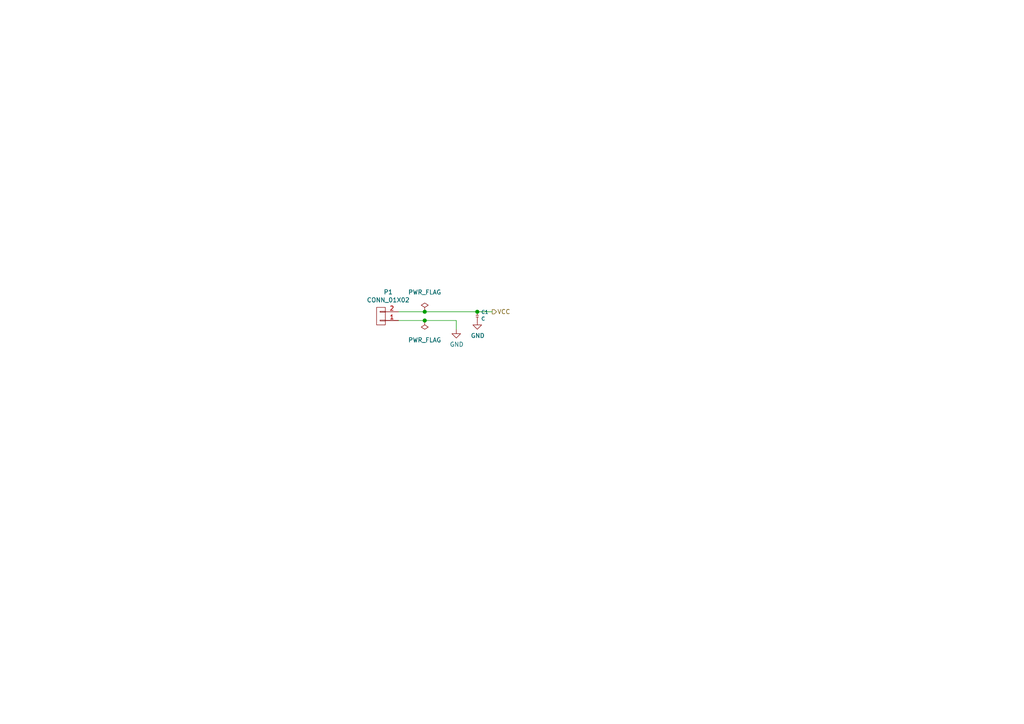
<source format=kicad_sch>
(kicad_sch (version 20211123) (generator eeschema)
  (paper "A4")
  (lib_symbols
    (symbol "fail-project-rescue:C-passive" (pin_numbers hide) (pin_names (offset 1.016) hide)
      (property "Reference" "C" (at 0 1.27 0))
      (property "Value" "C-passive" (at 0 -1.27 0))
      (symbol "C-passive_0_1"
        (polyline (pts (xy -0.635 0) (xy -1.27 0)))
        (polyline (pts (xy -0.635 0) (xy -0.381 0)))
        (polyline (pts (xy -0.254 0.381) (xy -0.254 -0.381)))
        (polyline (pts (xy 0.254 0.381) (xy 0.254 -0.381)))
        (polyline (pts (xy 0.635 0) (xy 0.254 0)))
        (polyline (pts (xy 1.27 0) (xy 0.635 0)))
      )
      (symbol "C-passive_1_1"
        (pin passive line (at -1.27 0 0) (length 0) (name "1") (number "1"))
        (pin passive line (at 1.27 0 0) (length 0) (name "2") (number "2"))
      )
    )
    (symbol "fail-project-rescue:CONN_01X02-conn" (pin_names (offset 1.016) hide)
      (property "Reference" "P" (at 0 3.81 0))
      (property "Value" "CONN_01X02-conn" (at 2.54 0 90))
      (symbol "CONN_01X02-conn_0_1"
        (rectangle (start -1.27 -1.143) (end 0.254 -1.397))
        (rectangle (start -1.27 1.397) (end 0.254 1.143))
        (rectangle (start -1.27 2.54) (end 1.27 -2.54))
      )
      (symbol "CONN_01X02-conn_1_1"
        (pin passive line (at -5.08 1.27 0) (length 3.81) (name "P1") (number "1"))
        (pin passive line (at -5.08 -1.27 0) (length 3.81) (name "P2") (number "2"))
      )
    )
    (symbol "power:GND" (power) (pin_names (offset 0))
      (property "Value" "GND" (at 0 -3.81 0))
      (symbol "GND_0_1"
        (polyline (pts (xy 0 0) (xy 0 -1.27) (xy 1.27 -1.27) (xy 0 -2.54) (xy -1.27 -1.27) (xy 0 -1.27)))
      )
      (symbol "GND_1_1"
        (pin power_in line (at 0 0 270) (length 0) hide (name "GND") (number "1"))
      )
    )
    (symbol "power:PWR_FLAG" (power) (pin_numbers hide) (pin_names (offset 0) hide)
      (property "Value" "PWR_FLAG" (at 0 3.81 0))
      (symbol "PWR_FLAG_0_0"
        (pin power_out line (at 0 0 90) (length 0) (name "pwr") (number "1"))
      )
      (symbol "PWR_FLAG_0_1"
        (polyline (pts (xy 0 0) (xy 0 1.27) (xy -1.016 1.905) (xy 0 2.54) (xy 1.016 1.905) (xy 0 1.27)))
      )
    )
  )
  (junction (at 123.19 90.424) (diameter 1.016))
  (junction (at 138.43 90.424) (diameter 1.016))
  (junction (at 123.19 92.964) (diameter 1.016))
  (wire (pts (xy 115.57 90.424) (xy 123.19 90.424)))
  (wire (pts (xy 138.43 90.424) (xy 142.748 90.424)))
  (wire (pts (xy 115.57 92.964) (xy 123.19 92.964)))
  (wire (pts (xy 132.334 92.964) (xy 132.334 95.504)))
  (wire (pts (xy 123.19 90.424) (xy 138.43 90.424)))
  (wire (pts (xy 123.19 92.964) (xy 132.334 92.964)))
  (hierarchical_label "VCC" (shape output) (at 142.748 90.424 0))
  (symbol (lib_id "fail-project-rescue:CONN_01X02-conn") (at 110.49 91.694 180) (unit 1)
    (property "Reference" "P1" (at 112.5982 84.709 0))
    (property "Value" "CONN_01X02" (at 112.5982 87.0204 0))
    (property "Footprint" "Connector_JST:JST_JWPF_B02B-JWPF-SK-R_1x02_P2.00mm_Vertical" (effects hide))
  )
  (symbol (lib_id "power:PWR_FLAG") (at 123.19 90.424 0) (unit 1)
    (property "Reference" "#FLG01" (effects hide))
    (property "Value" "PWR_FLAG" (at 123.19 84.7598 0))
  )
  (symbol (lib_id "power:PWR_FLAG") (at 123.19 92.964 180) (unit 1)
    (property "Reference" "#FLG02" (effects hide))
    (property "Value" "PWR_FLAG" (at 123.19 98.6282 0))
  )
  (symbol (lib_id "power:GND") (at 132.334 95.504 0) (unit 1)
    (property "Reference" "#PWR01" (effects hide))
    (property "Value" "GND" (at 132.461 99.8982 0))
  )
  (symbol (lib_id "fail-project-rescue:C-passive") (at 138.43 91.694 270) (unit 1)
    (property "Reference" "C1" (at 139.5476 90.5256 90) (effects (font (size 1.016 1.016)) (justify left)))
    (property "Value" "C" (at 139.5476 92.456 90) (effects (font (size 1.016 1.016)) (justify left)))
    (property "Footprint" "Capacitor_SMD:C_0402_1005Metric" (effects hide))
  )
  (symbol (lib_id "power:GND") (at 138.43 92.964 0) (unit 1)
    (property "Reference" "#PWR02" (effects hide))
    (property "Value" "GND" (at 138.557 97.3582 0))
  )
)
</source>
